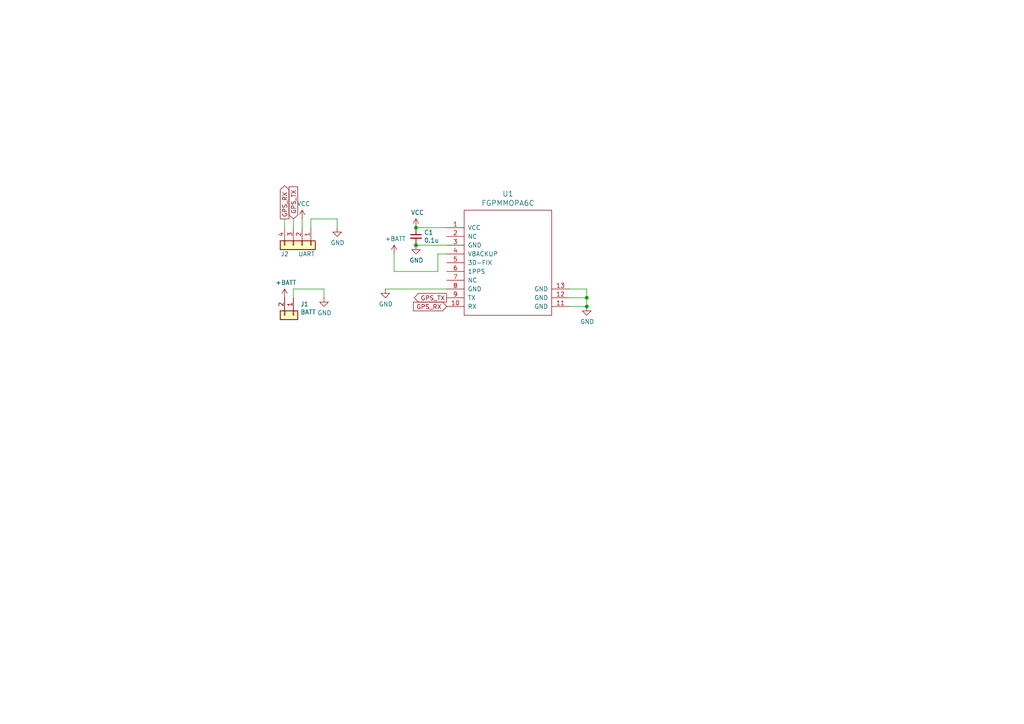
<source format=kicad_sch>
(kicad_sch (version 20230121) (generator eeschema)
  (paper "A4")
  (lib_symbols
    (symbol "Connector_Generic:Conn_01x02" (pin_names (offset 1.016) hide)
      (property "Reference" "J" (at 0 2.54 0))
      (property "Value" "Conn_01x02" (at 0 -5.08 0))
      (symbol "Conn_01x02_1_1"
        (rectangle (start -1.27 -2.413) (end 0 -2.667) (stroke (width 0.1524)))
        (rectangle (start -1.27 0.127) (end 0 -0.127) (stroke (width 0.1524)))
        (rectangle (start -1.27 1.27) (end 1.27 -3.81) (stroke (width 0.254)) (fill (type background)))
        (pin passive line (at -5.08 0 0) (length 3.81) (name "Pin_1") (number "1"))
        (pin passive line (at -5.08 -2.54 0) (length 3.81) (name "Pin_2") (number "2"))
      )
    )
    (symbol "Connector_Generic:Conn_01x04" (pin_names (offset 1.016) hide)
      (property "Reference" "J" (at 0 5.08 0))
      (property "Value" "Conn_01x04" (at 0 -7.62 0))
      (symbol "Conn_01x04_1_1"
        (rectangle (start -1.27 -4.953) (end 0 -5.207) (stroke (width 0.1524)))
        (rectangle (start -1.27 -2.413) (end 0 -2.667) (stroke (width 0.1524)))
        (rectangle (start -1.27 0.127) (end 0 -0.127) (stroke (width 0.1524)))
        (rectangle (start -1.27 2.667) (end 0 2.413) (stroke (width 0.1524)))
        (rectangle (start -1.27 3.81) (end 1.27 -6.35) (stroke (width 0.254)) (fill (type background)))
        (pin passive line (at -5.08 2.54 0) (length 3.81) (name "Pin_1") (number "1"))
        (pin passive line (at -5.08 0 0) (length 3.81) (name "Pin_2") (number "2"))
        (pin passive line (at -5.08 -2.54 0) (length 3.81) (name "Pin_3") (number "3"))
        (pin passive line (at -5.08 -5.08 0) (length 3.81) (name "Pin_4") (number "4"))
      )
    )
    (symbol "Device:C_Small" (pin_numbers hide) (pin_names (offset 0.254) hide)
      (property "Reference" "C" (at 0.254 1.778 0))
      (property "Value" "C_Small" (at 0.254 -2.032 0))
      (symbol "C_Small_0_1"
        (polyline (pts (xy -1.524 -0.508) (xy 1.524 -0.508)) (stroke (width 0.3302)))
        (polyline (pts (xy -1.524 0.508) (xy 1.524 0.508)) (stroke (width 0.3048)))
      )
      (symbol "C_Small_1_1"
        (pin passive line (at 0 2.54 270) (length 2.032) (name "~") (number "1"))
        (pin passive line (at 0 -2.54 90) (length 2.032) (name "~") (number "2"))
      )
    )
    (symbol "maxwell-gps-rescue:FGPMMOPA6C-coddingtonbear" (pin_names (offset 1.016))
      (property "Reference" "U" (at -10.16 15.24 0))
      (property "Value" "coddingtonbear_FGPMMOPA6C" (at -10.16 15.24 0))
      (symbol "FGPMMOPA6C-coddingtonbear_0_1"
        (rectangle (start -22.86 16.51) (end 2.54 -13.97))
      )
      (symbol "FGPMMOPA6C-coddingtonbear_1_1"
        (pin input line (at -27.94 11.43 0) (length 5.08) (name "VCC") (number "1"))
        (pin input line (at -27.94 -11.43 0) (length 5.08) (name "RX") (number "10"))
        (pin input line (at 7.62 -11.43 180) (length 5.08) (name "GND") (number "11"))
        (pin input line (at 7.62 -8.89 180) (length 5.08) (name "GND") (number "12"))
        (pin input line (at 7.62 -6.35 180) (length 5.08) (name "GND") (number "13"))
        (pin input line (at -27.94 8.89 0) (length 5.08) (name "NC") (number "2"))
        (pin input line (at -27.94 6.35 0) (length 5.08) (name "GND") (number "3"))
        (pin input line (at -27.94 3.81 0) (length 5.08) (name "VBACKUP") (number "4"))
        (pin input line (at -27.94 1.27 0) (length 5.08) (name "3D-FIX") (number "5"))
        (pin input line (at -27.94 -1.27 0) (length 5.08) (name "1PPS") (number "6"))
        (pin input line (at -27.94 -3.81 0) (length 5.08) (name "NC") (number "7"))
        (pin input line (at -27.94 -6.35 0) (length 5.08) (name "GND") (number "8"))
        (pin input line (at -27.94 -8.89 0) (length 5.08) (name "TX") (number "9"))
      )
    )
    (symbol "power:+BATT" (power) (pin_names (offset 0))
      (property "Value" "+BATT" (at 0 3.556 0))
      (symbol "+BATT_0_1"
        (polyline (pts (xy -0.762 1.27) (xy 0 2.54)))
        (polyline (pts (xy 0 0) (xy 0 2.54)))
        (polyline (pts (xy 0 2.54) (xy 0.762 1.27)))
      )
      (symbol "+BATT_1_1"
        (pin power_in line (at 0 0 90) (length 0) hide (name "+BATT") (number "1"))
      )
    )
    (symbol "power:GND" (power) (pin_names (offset 0))
      (property "Value" "GND" (at 0 -3.81 0))
      (symbol "GND_0_1"
        (polyline (pts (xy 0 0) (xy 0 -1.27) (xy 1.27 -1.27) (xy 0 -2.54) (xy -1.27 -1.27) (xy 0 -1.27)))
      )
      (symbol "GND_1_1"
        (pin power_in line (at 0 0 270) (length 0) hide (name "GND") (number "1"))
      )
    )
    (symbol "power:VCC" (power) (pin_names (offset 0))
      (property "Value" "VCC" (at 0 3.81 0))
      (symbol "VCC_0_1"
        (polyline (pts (xy -0.762 1.27) (xy 0 2.54)))
        (polyline (pts (xy 0 0) (xy 0 2.54)))
        (polyline (pts (xy 0 2.54) (xy 0.762 1.27)))
      )
      (symbol "VCC_1_1"
        (pin power_in line (at 0 0 90) (length 0) hide (name "VCC") (number "1"))
      )
    )
  )
  (junction (at 170.18 88.9))
  (junction (at 170.18 86.36))
  (junction (at 120.65 66.04))
  (junction (at 120.65 71.12))
  (wire (pts (xy 127 73.66) (xy 127 78.74)))
  (wire (pts (xy 111.76 83.82) (xy 129.54 83.82)))
  (wire (pts (xy 114.3 78.74) (xy 114.3 73.66)))
  (wire (pts (xy 165.1 86.36) (xy 170.18 86.36)))
  (wire (pts (xy 85.09 63.5) (xy 85.09 66.04)))
  (wire (pts (xy 170.18 86.36) (xy 170.18 88.9)))
  (wire (pts (xy 97.79 63.5) (xy 97.79 66.04)))
  (wire (pts (xy 93.98 83.82) (xy 93.98 86.36)))
  (wire (pts (xy 90.17 63.5) (xy 97.79 63.5)))
  (wire (pts (xy 90.17 66.04) (xy 90.17 63.5)))
  (wire (pts (xy 120.65 71.12) (xy 129.54 71.12)))
  (wire (pts (xy 82.55 63.5) (xy 82.55 66.04)))
  (wire (pts (xy 87.63 66.04) (xy 87.63 63.5)))
  (wire (pts (xy 170.18 83.82) (xy 170.18 86.36)))
  (wire (pts (xy 85.09 86.36) (xy 85.09 83.82)))
  (wire (pts (xy 129.54 66.04) (xy 120.65 66.04)))
  (wire (pts (xy 85.09 83.82) (xy 93.98 83.82)))
  (wire (pts (xy 127 78.74) (xy 114.3 78.74)))
  (wire (pts (xy 165.1 83.82) (xy 170.18 83.82)))
  (wire (pts (xy 165.1 88.9) (xy 170.18 88.9)))
  (wire (pts (xy 129.54 73.66) (xy 127 73.66)))
  (global_label "GPS_TX" (shape input) (at 85.09 63.5 90) (property "Intersheetrefs" "${INTERSHEET_REFS}" (effects hide)))
  (global_label "GPS_RX" (shape output) (at 82.55 63.5 90) (property "Intersheetrefs" "${INTERSHEET_REFS}" (effects hide)))
  (global_label "GPS_RX" (shape input) (at 129.54 88.9 180) (property "Intersheetrefs" "${INTERSHEET_REFS}" (effects hide)))
  (global_label "GPS_TX" (shape output) (at 129.54 86.36 180) (property "Intersheetrefs" "${INTERSHEET_REFS}" (effects hide)))
  (symbol (lib_id "maxwell-gps-rescue:FGPMMOPA6C-coddingtonbear") (at 157.48 77.47 0) (unit 1)
    (property "Reference" "U1" (at 147.32 56.2102 0) (effects (font (size 1.524 1.524))))
    (property "Value" "FGPMMOPA6C" (at 147.32 58.9026 0) (effects (font (size 1.524 1.524))))
    (property "Footprint" "coddingtonbear:FGPMMOPA6C" (effects hide))
  )
  (symbol (lib_id "Connector_Generic:Conn_01x04") (at 87.63 71.12 270) (unit 1)
    (property "Reference" "J2" (at 82.55 73.66 90))
    (property "Value" "UART" (at 88.9 73.66 90))
    (property "Footprint" "coddingtonbear:JST_XH_B04B-XH-A_04x2.50mm_Straight_LargePads" (effects hide))
  )
  (symbol (lib_id "power:GND") (at 97.79 66.04 0) (unit 1)
    (property "Reference" "#PWR0101" (effects hide))
    (property "Value" "GND" (at 97.917 70.4342 0))
  )
  (symbol (lib_id "power:VCC") (at 87.63 63.5 0) (unit 1)
    (property "Reference" "#PWR0102" (effects hide))
    (property "Value" "VCC" (at 88.0618 59.1058 0))
  )
  (symbol (lib_id "power:VCC") (at 120.65 66.04 0) (unit 1)
    (property "Reference" "#PWR0103" (effects hide))
    (property "Value" "VCC" (at 121.0818 61.6458 0))
  )
  (symbol (lib_id "power:GND") (at 111.76 83.82 0) (unit 1)
    (property "Reference" "#PWR0104" (effects hide))
    (property "Value" "GND" (at 111.887 88.2142 0))
  )
  (symbol (lib_id "Device:C_Small") (at 120.65 68.58 0) (unit 1)
    (property "Reference" "C1" (at 122.9868 67.4116 0) (effects (justify left)))
    (property "Value" "0.1u" (at 122.9868 69.723 0) (effects (justify left)))
    (property "Footprint" "coddingtonbear:0805_Milling" (effects hide))
  )
  (symbol (lib_id "power:GND") (at 170.18 88.9 0) (unit 1)
    (property "Reference" "#PWR0105" (effects hide))
    (property "Value" "GND" (at 170.307 93.2942 0))
  )
  (symbol (lib_id "Connector_Generic:Conn_01x02") (at 85.09 91.44 270) (unit 1)
    (property "Reference" "J1" (at 87.122 88.2142 90) (effects (justify left)))
    (property "Value" "BATT" (at 87.122 90.5256 90) (effects (justify left)))
    (property "Footprint" "coddingtonbear:JST_XH_B02B-XH-A_02x2.50mm_Straight_LargePads" (effects hide))
  )
  (symbol (lib_id "power:+BATT") (at 82.55 86.36 0) (unit 1)
    (property "Reference" "#PWR0106" (effects hide))
    (property "Value" "+BATT" (at 82.931 81.9658 0))
  )
  (symbol (lib_id "power:GND") (at 93.98 86.36 0) (unit 1)
    (property "Reference" "#PWR0107" (effects hide))
    (property "Value" "GND" (at 94.107 90.7542 0))
  )
  (symbol (lib_id "power:+BATT") (at 114.3 73.66 0) (unit 1)
    (property "Reference" "#PWR0108" (effects hide))
    (property "Value" "+BATT" (at 114.681 69.2658 0))
  )
  (symbol (lib_id "power:GND") (at 120.65 71.12 0) (unit 1)
    (property "Reference" "#PWR?" (effects hide))
    (property "Value" "GND" (at 120.777 75.5142 0))
  )
)
</source>
